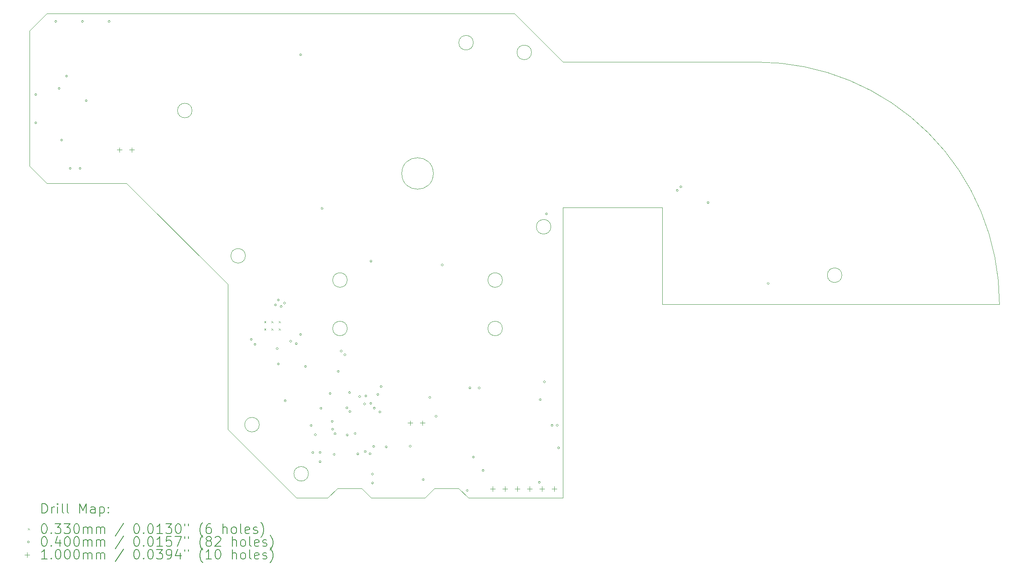
<source format=gbr>
%FSLAX45Y45*%
G04 Gerber Fmt 4.5, Leading zero omitted, Abs format (unit mm)*
G04 Created by KiCad (PCBNEW (6.0.5)) date 2022-06-02 14:20:18*
%MOMM*%
%LPD*%
G01*
G04 APERTURE LIST*
%TA.AperFunction,Profile*%
%ADD10C,0.050000*%
%TD*%
%ADD11C,0.200000*%
%ADD12C,0.033000*%
%ADD13C,0.040000*%
%ADD14C,0.100000*%
G04 APERTURE END LIST*
D10*
X6757000Y-10540000D02*
X6957000Y-10340000D01*
X6957000Y-10340000D02*
X7457000Y-10340000D01*
X7457000Y-10340000D02*
X7657000Y-10540000D01*
X7657000Y-10540000D02*
X8760000Y-10540000D01*
X7160000Y-7040000D02*
G75*
G03*
X7160000Y-7040000I-150000J0D01*
G01*
X5060000Y-5540000D02*
G75*
G03*
X5060000Y-5540000I-150000J0D01*
G01*
X6360000Y-10040000D02*
G75*
G03*
X6360000Y-10040000I-150000J0D01*
G01*
X9460000Y-10340000D02*
X9660000Y-10540000D01*
X13660000Y-6540000D02*
X20610000Y-6540000D01*
X963600Y-540000D02*
X10610000Y-540000D01*
X10360000Y-6040000D02*
G75*
G03*
X10360000Y-6040000I-150000J0D01*
G01*
X11360000Y-4940000D02*
G75*
G03*
X11360000Y-4940000I-150000J0D01*
G01*
X10960000Y-1340000D02*
G75*
G03*
X10960000Y-1340000I-150000J0D01*
G01*
X9760000Y-1140000D02*
G75*
G03*
X9760000Y-1140000I-150000J0D01*
G01*
X963600Y-4040000D02*
X610000Y-3686400D01*
X610000Y-893500D02*
X963600Y-540000D01*
X2610000Y-4040000D02*
X963600Y-4040000D01*
X7160000Y-6040000D02*
G75*
G03*
X7160000Y-6040000I-150000J0D01*
G01*
X4695800Y-9125800D02*
X4695800Y-6125800D01*
X13660000Y-4540000D02*
X11610000Y-4540000D01*
X8960000Y-10340000D02*
X9460000Y-10340000D01*
X6757000Y-10540000D02*
X6110000Y-10540000D01*
X6110000Y-10540000D02*
X4695800Y-9125800D01*
X3960000Y-2540000D02*
G75*
G03*
X3960000Y-2540000I-150000J0D01*
G01*
X20610000Y-6540000D02*
G75*
G03*
X15610000Y-1540000I-5000000J0D01*
G01*
X610000Y-3686400D02*
X610000Y-893500D01*
X4695800Y-6125800D02*
X2610000Y-4040000D01*
X11610000Y-1540000D02*
X15610000Y-1540000D01*
X13660000Y-6540000D02*
X13660000Y-4540000D01*
X8935000Y-3840000D02*
G75*
G03*
X8935000Y-3840000I-325000J0D01*
G01*
X5345800Y-9025800D02*
G75*
G03*
X5345800Y-9025800I-150000J0D01*
G01*
X8760000Y-10540000D02*
X8960000Y-10340000D01*
X11610000Y-4540000D02*
X11610000Y-10540000D01*
X17360000Y-5940000D02*
G75*
G03*
X17360000Y-5940000I-150000J0D01*
G01*
X11610000Y-10540000D02*
X9660000Y-10540000D01*
X10610000Y-540000D02*
X11610000Y-1540000D01*
X10360000Y-7040000D02*
G75*
G03*
X10360000Y-7040000I-150000J0D01*
G01*
D11*
D12*
X5448000Y-6891600D02*
X5481000Y-6924600D01*
X5481000Y-6891600D02*
X5448000Y-6924600D01*
X5448000Y-7041600D02*
X5481000Y-7074600D01*
X5481000Y-7041600D02*
X5448000Y-7074600D01*
X5598000Y-6891600D02*
X5631000Y-6924600D01*
X5631000Y-6891600D02*
X5598000Y-6924600D01*
X5598000Y-7041600D02*
X5631000Y-7074600D01*
X5631000Y-7041600D02*
X5598000Y-7074600D01*
X5748000Y-6891600D02*
X5781000Y-6924600D01*
X5781000Y-6891600D02*
X5748000Y-6924600D01*
X5748000Y-7041600D02*
X5781000Y-7074600D01*
X5781000Y-7041600D02*
X5748000Y-7074600D01*
D13*
X756600Y-2209800D02*
G75*
G03*
X756600Y-2209800I-20000J0D01*
G01*
X756600Y-2794000D02*
G75*
G03*
X756600Y-2794000I-20000J0D01*
G01*
X1170000Y-700000D02*
G75*
G03*
X1170000Y-700000I-20000J0D01*
G01*
X1239200Y-2082800D02*
G75*
G03*
X1239200Y-2082800I-20000J0D01*
G01*
X1290000Y-3149600D02*
G75*
G03*
X1290000Y-3149600I-20000J0D01*
G01*
X1391600Y-1828800D02*
G75*
G03*
X1391600Y-1828800I-20000J0D01*
G01*
X1467800Y-3733800D02*
G75*
G03*
X1467800Y-3733800I-20000J0D01*
G01*
X1671000Y-3733800D02*
G75*
G03*
X1671000Y-3733800I-20000J0D01*
G01*
X1720000Y-700000D02*
G75*
G03*
X1720000Y-700000I-20000J0D01*
G01*
X1798000Y-2336800D02*
G75*
G03*
X1798000Y-2336800I-20000J0D01*
G01*
X2270000Y-700000D02*
G75*
G03*
X2270000Y-700000I-20000J0D01*
G01*
X5201600Y-7264400D02*
G75*
G03*
X5201600Y-7264400I-20000J0D01*
G01*
X5277800Y-7366001D02*
G75*
G03*
X5277800Y-7366001I-20000J0D01*
G01*
X5696900Y-6553200D02*
G75*
G03*
X5696900Y-6553200I-20000J0D01*
G01*
X5735000Y-7454900D02*
G75*
G03*
X5735000Y-7454900I-20000J0D01*
G01*
X5760400Y-6451600D02*
G75*
G03*
X5760400Y-6451600I-20000J0D01*
G01*
X5760400Y-7772400D02*
G75*
G03*
X5760400Y-7772400I-20000J0D01*
G01*
X5817550Y-6584950D02*
G75*
G03*
X5817550Y-6584950I-20000J0D01*
G01*
X5887400Y-6515100D02*
G75*
G03*
X5887400Y-6515100I-20000J0D01*
G01*
X5900000Y-8531000D02*
G75*
G03*
X5900000Y-8531000I-20000J0D01*
G01*
X6014400Y-7302500D02*
G75*
G03*
X6014400Y-7302500I-20000J0D01*
G01*
X6128700Y-7353300D02*
G75*
G03*
X6128700Y-7353300I-20000J0D01*
G01*
X6217600Y-7162800D02*
G75*
G03*
X6217600Y-7162800I-20000J0D01*
G01*
X6220000Y-1390000D02*
G75*
G03*
X6220000Y-1390000I-20000J0D01*
G01*
X6319200Y-7823200D02*
G75*
G03*
X6319200Y-7823200I-20000J0D01*
G01*
X6433500Y-9042400D02*
G75*
G03*
X6433500Y-9042400I-20000J0D01*
G01*
X6470000Y-9600000D02*
G75*
G03*
X6470000Y-9600000I-20000J0D01*
G01*
X6522400Y-9232900D02*
G75*
G03*
X6522400Y-9232900I-20000J0D01*
G01*
X6620000Y-9600000D02*
G75*
G03*
X6620000Y-9600000I-20000J0D01*
G01*
X6620000Y-9790000D02*
G75*
G03*
X6620000Y-9790000I-20000J0D01*
G01*
X6636700Y-8686800D02*
G75*
G03*
X6636700Y-8686800I-20000J0D01*
G01*
X6660000Y-4560000D02*
G75*
G03*
X6660000Y-4560000I-20000J0D01*
G01*
X6827200Y-8382000D02*
G75*
G03*
X6827200Y-8382000I-20000J0D01*
G01*
X6869912Y-8957088D02*
G75*
G03*
X6869912Y-8957088I-20000J0D01*
G01*
X6880000Y-9120000D02*
G75*
G03*
X6880000Y-9120000I-20000J0D01*
G01*
X6910000Y-9639300D02*
G75*
G03*
X6910000Y-9639300I-20000J0D01*
G01*
X6928800Y-9213850D02*
G75*
G03*
X6928800Y-9213850I-20000J0D01*
G01*
X6992300Y-7924800D02*
G75*
G03*
X6992300Y-7924800I-20000J0D01*
G01*
X7055800Y-7505700D02*
G75*
G03*
X7055800Y-7505700I-20000J0D01*
G01*
X7132000Y-7581900D02*
G75*
G03*
X7132000Y-7581900I-20000J0D01*
G01*
X7172650Y-8677000D02*
G75*
G03*
X7172650Y-8677000I-20000J0D01*
G01*
X7180000Y-9240000D02*
G75*
G03*
X7180000Y-9240000I-20000J0D01*
G01*
X7227250Y-8362950D02*
G75*
G03*
X7227250Y-8362950I-20000J0D01*
G01*
X7236000Y-8755000D02*
G75*
G03*
X7236000Y-8755000I-20000J0D01*
G01*
X7341550Y-9207500D02*
G75*
G03*
X7341550Y-9207500I-20000J0D01*
G01*
X7400000Y-9630000D02*
G75*
G03*
X7400000Y-9630000I-20000J0D01*
G01*
X7436800Y-8445500D02*
G75*
G03*
X7436800Y-8445500I-20000J0D01*
G01*
X7538400Y-8597900D02*
G75*
G03*
X7538400Y-8597900I-20000J0D01*
G01*
X7550000Y-9580000D02*
G75*
G03*
X7550000Y-9580000I-20000J0D01*
G01*
X7563800Y-8432800D02*
G75*
G03*
X7563800Y-8432800I-20000J0D01*
G01*
X7650000Y-9627103D02*
G75*
G03*
X7650000Y-9627103I-20000J0D01*
G01*
X7665400Y-8585200D02*
G75*
G03*
X7665400Y-8585200I-20000J0D01*
G01*
X7670000Y-5650000D02*
G75*
G03*
X7670000Y-5650000I-20000J0D01*
G01*
X7700000Y-10045000D02*
G75*
G03*
X7700000Y-10045000I-20000J0D01*
G01*
X7701000Y-10231000D02*
G75*
G03*
X7701000Y-10231000I-20000J0D01*
G01*
X7725000Y-9475000D02*
G75*
G03*
X7725000Y-9475000I-20000J0D01*
G01*
X7738000Y-8684000D02*
G75*
G03*
X7738000Y-8684000I-20000J0D01*
G01*
X7810000Y-8402000D02*
G75*
G03*
X7810000Y-8402000I-20000J0D01*
G01*
X7853000Y-8762000D02*
G75*
G03*
X7853000Y-8762000I-20000J0D01*
G01*
X7879000Y-8237000D02*
G75*
G03*
X7879000Y-8237000I-20000J0D01*
G01*
X7984000Y-9485000D02*
G75*
G03*
X7984000Y-9485000I-20000J0D01*
G01*
X8478000Y-9470000D02*
G75*
G03*
X8478000Y-9470000I-20000J0D01*
G01*
X8745000Y-10161000D02*
G75*
G03*
X8745000Y-10161000I-20000J0D01*
G01*
X8883000Y-8463000D02*
G75*
G03*
X8883000Y-8463000I-20000J0D01*
G01*
X9011600Y-8851900D02*
G75*
G03*
X9011600Y-8851900I-20000J0D01*
G01*
X9138600Y-5727700D02*
G75*
G03*
X9138600Y-5727700I-20000J0D01*
G01*
X9653000Y-10385000D02*
G75*
G03*
X9653000Y-10385000I-20000J0D01*
G01*
X9710100Y-8267700D02*
G75*
G03*
X9710100Y-8267700I-20000J0D01*
G01*
X9782000Y-9694000D02*
G75*
G03*
X9782000Y-9694000I-20000J0D01*
G01*
X9900600Y-8267700D02*
G75*
G03*
X9900600Y-8267700I-20000J0D01*
G01*
X9980000Y-9970000D02*
G75*
G03*
X9980000Y-9970000I-20000J0D01*
G01*
X11141400Y-10216280D02*
G75*
G03*
X11141400Y-10216280I-20000J0D01*
G01*
X11157900Y-8509000D02*
G75*
G03*
X11157900Y-8509000I-20000J0D01*
G01*
X11246800Y-8140700D02*
G75*
G03*
X11246800Y-8140700I-20000J0D01*
G01*
X11284900Y-4673600D02*
G75*
G03*
X11284900Y-4673600I-20000J0D01*
G01*
X11404500Y-9039000D02*
G75*
G03*
X11404500Y-9039000I-20000J0D01*
G01*
X11509500Y-9039000D02*
G75*
G03*
X11509500Y-9039000I-20000J0D01*
G01*
X11537000Y-9504000D02*
G75*
G03*
X11537000Y-9504000I-20000J0D01*
G01*
X13983877Y-4189123D02*
G75*
G03*
X13983877Y-4189123I-20000J0D01*
G01*
X14058123Y-4114877D02*
G75*
G03*
X14058123Y-4114877I-20000J0D01*
G01*
X14620000Y-4440000D02*
G75*
G03*
X14620000Y-4440000I-20000J0D01*
G01*
X15860000Y-6110000D02*
G75*
G03*
X15860000Y-6110000I-20000J0D01*
G01*
D14*
X2462800Y-3302800D02*
X2462800Y-3402800D01*
X2412800Y-3352800D02*
X2512800Y-3352800D01*
X2716800Y-3302800D02*
X2716800Y-3402800D01*
X2666800Y-3352800D02*
X2766800Y-3352800D01*
X8458200Y-8941600D02*
X8458200Y-9041600D01*
X8408200Y-8991600D02*
X8508200Y-8991600D01*
X8712200Y-8941600D02*
X8712200Y-9041600D01*
X8662200Y-8991600D02*
X8762200Y-8991600D01*
X10160000Y-10300500D02*
X10160000Y-10400500D01*
X10110000Y-10350500D02*
X10210000Y-10350500D01*
X10414000Y-10300500D02*
X10414000Y-10400500D01*
X10364000Y-10350500D02*
X10464000Y-10350500D01*
X10668000Y-10300500D02*
X10668000Y-10400500D01*
X10618000Y-10350500D02*
X10718000Y-10350500D01*
X10922000Y-10300500D02*
X10922000Y-10400500D01*
X10872000Y-10350500D02*
X10972000Y-10350500D01*
X11176000Y-10300500D02*
X11176000Y-10400500D01*
X11126000Y-10350500D02*
X11226000Y-10350500D01*
X11430000Y-10300500D02*
X11430000Y-10400500D01*
X11380000Y-10350500D02*
X11480000Y-10350500D01*
D11*
X865119Y-10852976D02*
X865119Y-10652976D01*
X912738Y-10652976D01*
X941309Y-10662500D01*
X960357Y-10681548D01*
X969881Y-10700595D01*
X979405Y-10738690D01*
X979405Y-10767262D01*
X969881Y-10805357D01*
X960357Y-10824405D01*
X941309Y-10843452D01*
X912738Y-10852976D01*
X865119Y-10852976D01*
X1065119Y-10852976D02*
X1065119Y-10719643D01*
X1065119Y-10757738D02*
X1074643Y-10738690D01*
X1084167Y-10729167D01*
X1103214Y-10719643D01*
X1122262Y-10719643D01*
X1188929Y-10852976D02*
X1188929Y-10719643D01*
X1188929Y-10652976D02*
X1179405Y-10662500D01*
X1188929Y-10672024D01*
X1198452Y-10662500D01*
X1188929Y-10652976D01*
X1188929Y-10672024D01*
X1312738Y-10852976D02*
X1293690Y-10843452D01*
X1284167Y-10824405D01*
X1284167Y-10652976D01*
X1417500Y-10852976D02*
X1398452Y-10843452D01*
X1388929Y-10824405D01*
X1388929Y-10652976D01*
X1646071Y-10852976D02*
X1646071Y-10652976D01*
X1712738Y-10795833D01*
X1779405Y-10652976D01*
X1779405Y-10852976D01*
X1960357Y-10852976D02*
X1960357Y-10748214D01*
X1950833Y-10729167D01*
X1931786Y-10719643D01*
X1893690Y-10719643D01*
X1874643Y-10729167D01*
X1960357Y-10843452D02*
X1941309Y-10852976D01*
X1893690Y-10852976D01*
X1874643Y-10843452D01*
X1865119Y-10824405D01*
X1865119Y-10805357D01*
X1874643Y-10786310D01*
X1893690Y-10776786D01*
X1941309Y-10776786D01*
X1960357Y-10767262D01*
X2055595Y-10719643D02*
X2055595Y-10919643D01*
X2055595Y-10729167D02*
X2074643Y-10719643D01*
X2112738Y-10719643D01*
X2131786Y-10729167D01*
X2141310Y-10738690D01*
X2150833Y-10757738D01*
X2150833Y-10814881D01*
X2141310Y-10833929D01*
X2131786Y-10843452D01*
X2112738Y-10852976D01*
X2074643Y-10852976D01*
X2055595Y-10843452D01*
X2236548Y-10833929D02*
X2246071Y-10843452D01*
X2236548Y-10852976D01*
X2227024Y-10843452D01*
X2236548Y-10833929D01*
X2236548Y-10852976D01*
X2236548Y-10729167D02*
X2246071Y-10738690D01*
X2236548Y-10748214D01*
X2227024Y-10738690D01*
X2236548Y-10729167D01*
X2236548Y-10748214D01*
D12*
X574500Y-11166000D02*
X607500Y-11199000D01*
X607500Y-11166000D02*
X574500Y-11199000D01*
D11*
X903214Y-11072976D02*
X922262Y-11072976D01*
X941309Y-11082500D01*
X950833Y-11092024D01*
X960357Y-11111071D01*
X969881Y-11149167D01*
X969881Y-11196786D01*
X960357Y-11234881D01*
X950833Y-11253928D01*
X941309Y-11263452D01*
X922262Y-11272976D01*
X903214Y-11272976D01*
X884167Y-11263452D01*
X874643Y-11253928D01*
X865119Y-11234881D01*
X855595Y-11196786D01*
X855595Y-11149167D01*
X865119Y-11111071D01*
X874643Y-11092024D01*
X884167Y-11082500D01*
X903214Y-11072976D01*
X1055595Y-11253928D02*
X1065119Y-11263452D01*
X1055595Y-11272976D01*
X1046071Y-11263452D01*
X1055595Y-11253928D01*
X1055595Y-11272976D01*
X1131786Y-11072976D02*
X1255595Y-11072976D01*
X1188929Y-11149167D01*
X1217500Y-11149167D01*
X1236548Y-11158690D01*
X1246071Y-11168214D01*
X1255595Y-11187262D01*
X1255595Y-11234881D01*
X1246071Y-11253928D01*
X1236548Y-11263452D01*
X1217500Y-11272976D01*
X1160357Y-11272976D01*
X1141310Y-11263452D01*
X1131786Y-11253928D01*
X1322262Y-11072976D02*
X1446071Y-11072976D01*
X1379405Y-11149167D01*
X1407976Y-11149167D01*
X1427024Y-11158690D01*
X1436548Y-11168214D01*
X1446071Y-11187262D01*
X1446071Y-11234881D01*
X1436548Y-11253928D01*
X1427024Y-11263452D01*
X1407976Y-11272976D01*
X1350833Y-11272976D01*
X1331786Y-11263452D01*
X1322262Y-11253928D01*
X1569881Y-11072976D02*
X1588928Y-11072976D01*
X1607976Y-11082500D01*
X1617500Y-11092024D01*
X1627024Y-11111071D01*
X1636548Y-11149167D01*
X1636548Y-11196786D01*
X1627024Y-11234881D01*
X1617500Y-11253928D01*
X1607976Y-11263452D01*
X1588928Y-11272976D01*
X1569881Y-11272976D01*
X1550833Y-11263452D01*
X1541309Y-11253928D01*
X1531786Y-11234881D01*
X1522262Y-11196786D01*
X1522262Y-11149167D01*
X1531786Y-11111071D01*
X1541309Y-11092024D01*
X1550833Y-11082500D01*
X1569881Y-11072976D01*
X1722262Y-11272976D02*
X1722262Y-11139643D01*
X1722262Y-11158690D02*
X1731786Y-11149167D01*
X1750833Y-11139643D01*
X1779405Y-11139643D01*
X1798452Y-11149167D01*
X1807976Y-11168214D01*
X1807976Y-11272976D01*
X1807976Y-11168214D02*
X1817500Y-11149167D01*
X1836548Y-11139643D01*
X1865119Y-11139643D01*
X1884167Y-11149167D01*
X1893690Y-11168214D01*
X1893690Y-11272976D01*
X1988928Y-11272976D02*
X1988928Y-11139643D01*
X1988928Y-11158690D02*
X1998452Y-11149167D01*
X2017500Y-11139643D01*
X2046071Y-11139643D01*
X2065119Y-11149167D01*
X2074643Y-11168214D01*
X2074643Y-11272976D01*
X2074643Y-11168214D02*
X2084167Y-11149167D01*
X2103214Y-11139643D01*
X2131786Y-11139643D01*
X2150833Y-11149167D01*
X2160357Y-11168214D01*
X2160357Y-11272976D01*
X2550833Y-11063452D02*
X2379405Y-11320595D01*
X2807976Y-11072976D02*
X2827024Y-11072976D01*
X2846071Y-11082500D01*
X2855595Y-11092024D01*
X2865119Y-11111071D01*
X2874643Y-11149167D01*
X2874643Y-11196786D01*
X2865119Y-11234881D01*
X2855595Y-11253928D01*
X2846071Y-11263452D01*
X2827024Y-11272976D01*
X2807976Y-11272976D01*
X2788929Y-11263452D01*
X2779405Y-11253928D01*
X2769881Y-11234881D01*
X2760357Y-11196786D01*
X2760357Y-11149167D01*
X2769881Y-11111071D01*
X2779405Y-11092024D01*
X2788929Y-11082500D01*
X2807976Y-11072976D01*
X2960357Y-11253928D02*
X2969881Y-11263452D01*
X2960357Y-11272976D01*
X2950833Y-11263452D01*
X2960357Y-11253928D01*
X2960357Y-11272976D01*
X3093690Y-11072976D02*
X3112738Y-11072976D01*
X3131786Y-11082500D01*
X3141309Y-11092024D01*
X3150833Y-11111071D01*
X3160357Y-11149167D01*
X3160357Y-11196786D01*
X3150833Y-11234881D01*
X3141309Y-11253928D01*
X3131786Y-11263452D01*
X3112738Y-11272976D01*
X3093690Y-11272976D01*
X3074643Y-11263452D01*
X3065119Y-11253928D01*
X3055595Y-11234881D01*
X3046071Y-11196786D01*
X3046071Y-11149167D01*
X3055595Y-11111071D01*
X3065119Y-11092024D01*
X3074643Y-11082500D01*
X3093690Y-11072976D01*
X3350833Y-11272976D02*
X3236548Y-11272976D01*
X3293690Y-11272976D02*
X3293690Y-11072976D01*
X3274643Y-11101548D01*
X3255595Y-11120595D01*
X3236548Y-11130119D01*
X3417500Y-11072976D02*
X3541309Y-11072976D01*
X3474643Y-11149167D01*
X3503214Y-11149167D01*
X3522262Y-11158690D01*
X3531786Y-11168214D01*
X3541309Y-11187262D01*
X3541309Y-11234881D01*
X3531786Y-11253928D01*
X3522262Y-11263452D01*
X3503214Y-11272976D01*
X3446071Y-11272976D01*
X3427024Y-11263452D01*
X3417500Y-11253928D01*
X3665119Y-11072976D02*
X3684167Y-11072976D01*
X3703214Y-11082500D01*
X3712738Y-11092024D01*
X3722262Y-11111071D01*
X3731786Y-11149167D01*
X3731786Y-11196786D01*
X3722262Y-11234881D01*
X3712738Y-11253928D01*
X3703214Y-11263452D01*
X3684167Y-11272976D01*
X3665119Y-11272976D01*
X3646071Y-11263452D01*
X3636548Y-11253928D01*
X3627024Y-11234881D01*
X3617500Y-11196786D01*
X3617500Y-11149167D01*
X3627024Y-11111071D01*
X3636548Y-11092024D01*
X3646071Y-11082500D01*
X3665119Y-11072976D01*
X3807976Y-11072976D02*
X3807976Y-11111071D01*
X3884167Y-11072976D02*
X3884167Y-11111071D01*
X4179405Y-11349167D02*
X4169881Y-11339643D01*
X4150833Y-11311071D01*
X4141309Y-11292024D01*
X4131786Y-11263452D01*
X4122262Y-11215833D01*
X4122262Y-11177738D01*
X4131786Y-11130119D01*
X4141309Y-11101548D01*
X4150833Y-11082500D01*
X4169881Y-11053929D01*
X4179405Y-11044405D01*
X4341310Y-11072976D02*
X4303214Y-11072976D01*
X4284167Y-11082500D01*
X4274643Y-11092024D01*
X4255595Y-11120595D01*
X4246071Y-11158690D01*
X4246071Y-11234881D01*
X4255595Y-11253928D01*
X4265119Y-11263452D01*
X4284167Y-11272976D01*
X4322262Y-11272976D01*
X4341310Y-11263452D01*
X4350833Y-11253928D01*
X4360357Y-11234881D01*
X4360357Y-11187262D01*
X4350833Y-11168214D01*
X4341310Y-11158690D01*
X4322262Y-11149167D01*
X4284167Y-11149167D01*
X4265119Y-11158690D01*
X4255595Y-11168214D01*
X4246071Y-11187262D01*
X4598452Y-11272976D02*
X4598452Y-11072976D01*
X4684167Y-11272976D02*
X4684167Y-11168214D01*
X4674643Y-11149167D01*
X4655595Y-11139643D01*
X4627024Y-11139643D01*
X4607976Y-11149167D01*
X4598452Y-11158690D01*
X4807976Y-11272976D02*
X4788929Y-11263452D01*
X4779405Y-11253928D01*
X4769881Y-11234881D01*
X4769881Y-11177738D01*
X4779405Y-11158690D01*
X4788929Y-11149167D01*
X4807976Y-11139643D01*
X4836548Y-11139643D01*
X4855595Y-11149167D01*
X4865119Y-11158690D01*
X4874643Y-11177738D01*
X4874643Y-11234881D01*
X4865119Y-11253928D01*
X4855595Y-11263452D01*
X4836548Y-11272976D01*
X4807976Y-11272976D01*
X4988929Y-11272976D02*
X4969881Y-11263452D01*
X4960357Y-11244405D01*
X4960357Y-11072976D01*
X5141310Y-11263452D02*
X5122262Y-11272976D01*
X5084167Y-11272976D01*
X5065119Y-11263452D01*
X5055595Y-11244405D01*
X5055595Y-11168214D01*
X5065119Y-11149167D01*
X5084167Y-11139643D01*
X5122262Y-11139643D01*
X5141310Y-11149167D01*
X5150833Y-11168214D01*
X5150833Y-11187262D01*
X5055595Y-11206309D01*
X5227024Y-11263452D02*
X5246071Y-11272976D01*
X5284167Y-11272976D01*
X5303214Y-11263452D01*
X5312738Y-11244405D01*
X5312738Y-11234881D01*
X5303214Y-11215833D01*
X5284167Y-11206309D01*
X5255595Y-11206309D01*
X5236548Y-11196786D01*
X5227024Y-11177738D01*
X5227024Y-11168214D01*
X5236548Y-11149167D01*
X5255595Y-11139643D01*
X5284167Y-11139643D01*
X5303214Y-11149167D01*
X5379405Y-11349167D02*
X5388929Y-11339643D01*
X5407976Y-11311071D01*
X5417500Y-11292024D01*
X5427024Y-11263452D01*
X5436548Y-11215833D01*
X5436548Y-11177738D01*
X5427024Y-11130119D01*
X5417500Y-11101548D01*
X5407976Y-11082500D01*
X5388929Y-11053929D01*
X5379405Y-11044405D01*
D13*
X607500Y-11446500D02*
G75*
G03*
X607500Y-11446500I-20000J0D01*
G01*
D11*
X903214Y-11336976D02*
X922262Y-11336976D01*
X941309Y-11346500D01*
X950833Y-11356024D01*
X960357Y-11375071D01*
X969881Y-11413167D01*
X969881Y-11460786D01*
X960357Y-11498881D01*
X950833Y-11517928D01*
X941309Y-11527452D01*
X922262Y-11536976D01*
X903214Y-11536976D01*
X884167Y-11527452D01*
X874643Y-11517928D01*
X865119Y-11498881D01*
X855595Y-11460786D01*
X855595Y-11413167D01*
X865119Y-11375071D01*
X874643Y-11356024D01*
X884167Y-11346500D01*
X903214Y-11336976D01*
X1055595Y-11517928D02*
X1065119Y-11527452D01*
X1055595Y-11536976D01*
X1046071Y-11527452D01*
X1055595Y-11517928D01*
X1055595Y-11536976D01*
X1236548Y-11403643D02*
X1236548Y-11536976D01*
X1188929Y-11327452D02*
X1141310Y-11470309D01*
X1265119Y-11470309D01*
X1379405Y-11336976D02*
X1398452Y-11336976D01*
X1417500Y-11346500D01*
X1427024Y-11356024D01*
X1436548Y-11375071D01*
X1446071Y-11413167D01*
X1446071Y-11460786D01*
X1436548Y-11498881D01*
X1427024Y-11517928D01*
X1417500Y-11527452D01*
X1398452Y-11536976D01*
X1379405Y-11536976D01*
X1360357Y-11527452D01*
X1350833Y-11517928D01*
X1341310Y-11498881D01*
X1331786Y-11460786D01*
X1331786Y-11413167D01*
X1341310Y-11375071D01*
X1350833Y-11356024D01*
X1360357Y-11346500D01*
X1379405Y-11336976D01*
X1569881Y-11336976D02*
X1588928Y-11336976D01*
X1607976Y-11346500D01*
X1617500Y-11356024D01*
X1627024Y-11375071D01*
X1636548Y-11413167D01*
X1636548Y-11460786D01*
X1627024Y-11498881D01*
X1617500Y-11517928D01*
X1607976Y-11527452D01*
X1588928Y-11536976D01*
X1569881Y-11536976D01*
X1550833Y-11527452D01*
X1541309Y-11517928D01*
X1531786Y-11498881D01*
X1522262Y-11460786D01*
X1522262Y-11413167D01*
X1531786Y-11375071D01*
X1541309Y-11356024D01*
X1550833Y-11346500D01*
X1569881Y-11336976D01*
X1722262Y-11536976D02*
X1722262Y-11403643D01*
X1722262Y-11422690D02*
X1731786Y-11413167D01*
X1750833Y-11403643D01*
X1779405Y-11403643D01*
X1798452Y-11413167D01*
X1807976Y-11432214D01*
X1807976Y-11536976D01*
X1807976Y-11432214D02*
X1817500Y-11413167D01*
X1836548Y-11403643D01*
X1865119Y-11403643D01*
X1884167Y-11413167D01*
X1893690Y-11432214D01*
X1893690Y-11536976D01*
X1988928Y-11536976D02*
X1988928Y-11403643D01*
X1988928Y-11422690D02*
X1998452Y-11413167D01*
X2017500Y-11403643D01*
X2046071Y-11403643D01*
X2065119Y-11413167D01*
X2074643Y-11432214D01*
X2074643Y-11536976D01*
X2074643Y-11432214D02*
X2084167Y-11413167D01*
X2103214Y-11403643D01*
X2131786Y-11403643D01*
X2150833Y-11413167D01*
X2160357Y-11432214D01*
X2160357Y-11536976D01*
X2550833Y-11327452D02*
X2379405Y-11584595D01*
X2807976Y-11336976D02*
X2827024Y-11336976D01*
X2846071Y-11346500D01*
X2855595Y-11356024D01*
X2865119Y-11375071D01*
X2874643Y-11413167D01*
X2874643Y-11460786D01*
X2865119Y-11498881D01*
X2855595Y-11517928D01*
X2846071Y-11527452D01*
X2827024Y-11536976D01*
X2807976Y-11536976D01*
X2788929Y-11527452D01*
X2779405Y-11517928D01*
X2769881Y-11498881D01*
X2760357Y-11460786D01*
X2760357Y-11413167D01*
X2769881Y-11375071D01*
X2779405Y-11356024D01*
X2788929Y-11346500D01*
X2807976Y-11336976D01*
X2960357Y-11517928D02*
X2969881Y-11527452D01*
X2960357Y-11536976D01*
X2950833Y-11527452D01*
X2960357Y-11517928D01*
X2960357Y-11536976D01*
X3093690Y-11336976D02*
X3112738Y-11336976D01*
X3131786Y-11346500D01*
X3141309Y-11356024D01*
X3150833Y-11375071D01*
X3160357Y-11413167D01*
X3160357Y-11460786D01*
X3150833Y-11498881D01*
X3141309Y-11517928D01*
X3131786Y-11527452D01*
X3112738Y-11536976D01*
X3093690Y-11536976D01*
X3074643Y-11527452D01*
X3065119Y-11517928D01*
X3055595Y-11498881D01*
X3046071Y-11460786D01*
X3046071Y-11413167D01*
X3055595Y-11375071D01*
X3065119Y-11356024D01*
X3074643Y-11346500D01*
X3093690Y-11336976D01*
X3350833Y-11536976D02*
X3236548Y-11536976D01*
X3293690Y-11536976D02*
X3293690Y-11336976D01*
X3274643Y-11365548D01*
X3255595Y-11384595D01*
X3236548Y-11394119D01*
X3531786Y-11336976D02*
X3436548Y-11336976D01*
X3427024Y-11432214D01*
X3436548Y-11422690D01*
X3455595Y-11413167D01*
X3503214Y-11413167D01*
X3522262Y-11422690D01*
X3531786Y-11432214D01*
X3541309Y-11451262D01*
X3541309Y-11498881D01*
X3531786Y-11517928D01*
X3522262Y-11527452D01*
X3503214Y-11536976D01*
X3455595Y-11536976D01*
X3436548Y-11527452D01*
X3427024Y-11517928D01*
X3607976Y-11336976D02*
X3741309Y-11336976D01*
X3655595Y-11536976D01*
X3807976Y-11336976D02*
X3807976Y-11375071D01*
X3884167Y-11336976D02*
X3884167Y-11375071D01*
X4179405Y-11613167D02*
X4169881Y-11603643D01*
X4150833Y-11575071D01*
X4141309Y-11556024D01*
X4131786Y-11527452D01*
X4122262Y-11479833D01*
X4122262Y-11441738D01*
X4131786Y-11394119D01*
X4141309Y-11365548D01*
X4150833Y-11346500D01*
X4169881Y-11317928D01*
X4179405Y-11308405D01*
X4284167Y-11422690D02*
X4265119Y-11413167D01*
X4255595Y-11403643D01*
X4246071Y-11384595D01*
X4246071Y-11375071D01*
X4255595Y-11356024D01*
X4265119Y-11346500D01*
X4284167Y-11336976D01*
X4322262Y-11336976D01*
X4341310Y-11346500D01*
X4350833Y-11356024D01*
X4360357Y-11375071D01*
X4360357Y-11384595D01*
X4350833Y-11403643D01*
X4341310Y-11413167D01*
X4322262Y-11422690D01*
X4284167Y-11422690D01*
X4265119Y-11432214D01*
X4255595Y-11441738D01*
X4246071Y-11460786D01*
X4246071Y-11498881D01*
X4255595Y-11517928D01*
X4265119Y-11527452D01*
X4284167Y-11536976D01*
X4322262Y-11536976D01*
X4341310Y-11527452D01*
X4350833Y-11517928D01*
X4360357Y-11498881D01*
X4360357Y-11460786D01*
X4350833Y-11441738D01*
X4341310Y-11432214D01*
X4322262Y-11422690D01*
X4436548Y-11356024D02*
X4446071Y-11346500D01*
X4465119Y-11336976D01*
X4512738Y-11336976D01*
X4531786Y-11346500D01*
X4541310Y-11356024D01*
X4550833Y-11375071D01*
X4550833Y-11394119D01*
X4541310Y-11422690D01*
X4427024Y-11536976D01*
X4550833Y-11536976D01*
X4788929Y-11536976D02*
X4788929Y-11336976D01*
X4874643Y-11536976D02*
X4874643Y-11432214D01*
X4865119Y-11413167D01*
X4846071Y-11403643D01*
X4817500Y-11403643D01*
X4798452Y-11413167D01*
X4788929Y-11422690D01*
X4998452Y-11536976D02*
X4979405Y-11527452D01*
X4969881Y-11517928D01*
X4960357Y-11498881D01*
X4960357Y-11441738D01*
X4969881Y-11422690D01*
X4979405Y-11413167D01*
X4998452Y-11403643D01*
X5027024Y-11403643D01*
X5046071Y-11413167D01*
X5055595Y-11422690D01*
X5065119Y-11441738D01*
X5065119Y-11498881D01*
X5055595Y-11517928D01*
X5046071Y-11527452D01*
X5027024Y-11536976D01*
X4998452Y-11536976D01*
X5179405Y-11536976D02*
X5160357Y-11527452D01*
X5150833Y-11508405D01*
X5150833Y-11336976D01*
X5331786Y-11527452D02*
X5312738Y-11536976D01*
X5274643Y-11536976D01*
X5255595Y-11527452D01*
X5246071Y-11508405D01*
X5246071Y-11432214D01*
X5255595Y-11413167D01*
X5274643Y-11403643D01*
X5312738Y-11403643D01*
X5331786Y-11413167D01*
X5341310Y-11432214D01*
X5341310Y-11451262D01*
X5246071Y-11470309D01*
X5417500Y-11527452D02*
X5436548Y-11536976D01*
X5474643Y-11536976D01*
X5493690Y-11527452D01*
X5503214Y-11508405D01*
X5503214Y-11498881D01*
X5493690Y-11479833D01*
X5474643Y-11470309D01*
X5446071Y-11470309D01*
X5427024Y-11460786D01*
X5417500Y-11441738D01*
X5417500Y-11432214D01*
X5427024Y-11413167D01*
X5446071Y-11403643D01*
X5474643Y-11403643D01*
X5493690Y-11413167D01*
X5569881Y-11613167D02*
X5579405Y-11603643D01*
X5598452Y-11575071D01*
X5607976Y-11556024D01*
X5617500Y-11527452D01*
X5627024Y-11479833D01*
X5627024Y-11441738D01*
X5617500Y-11394119D01*
X5607976Y-11365548D01*
X5598452Y-11346500D01*
X5579405Y-11317928D01*
X5569881Y-11308405D01*
D14*
X557500Y-11660500D02*
X557500Y-11760500D01*
X507500Y-11710500D02*
X607500Y-11710500D01*
D11*
X969881Y-11800976D02*
X855595Y-11800976D01*
X912738Y-11800976D02*
X912738Y-11600976D01*
X893690Y-11629548D01*
X874643Y-11648595D01*
X855595Y-11658119D01*
X1055595Y-11781928D02*
X1065119Y-11791452D01*
X1055595Y-11800976D01*
X1046071Y-11791452D01*
X1055595Y-11781928D01*
X1055595Y-11800976D01*
X1188929Y-11600976D02*
X1207976Y-11600976D01*
X1227024Y-11610500D01*
X1236548Y-11620024D01*
X1246071Y-11639071D01*
X1255595Y-11677167D01*
X1255595Y-11724786D01*
X1246071Y-11762881D01*
X1236548Y-11781928D01*
X1227024Y-11791452D01*
X1207976Y-11800976D01*
X1188929Y-11800976D01*
X1169881Y-11791452D01*
X1160357Y-11781928D01*
X1150833Y-11762881D01*
X1141310Y-11724786D01*
X1141310Y-11677167D01*
X1150833Y-11639071D01*
X1160357Y-11620024D01*
X1169881Y-11610500D01*
X1188929Y-11600976D01*
X1379405Y-11600976D02*
X1398452Y-11600976D01*
X1417500Y-11610500D01*
X1427024Y-11620024D01*
X1436548Y-11639071D01*
X1446071Y-11677167D01*
X1446071Y-11724786D01*
X1436548Y-11762881D01*
X1427024Y-11781928D01*
X1417500Y-11791452D01*
X1398452Y-11800976D01*
X1379405Y-11800976D01*
X1360357Y-11791452D01*
X1350833Y-11781928D01*
X1341310Y-11762881D01*
X1331786Y-11724786D01*
X1331786Y-11677167D01*
X1341310Y-11639071D01*
X1350833Y-11620024D01*
X1360357Y-11610500D01*
X1379405Y-11600976D01*
X1569881Y-11600976D02*
X1588928Y-11600976D01*
X1607976Y-11610500D01*
X1617500Y-11620024D01*
X1627024Y-11639071D01*
X1636548Y-11677167D01*
X1636548Y-11724786D01*
X1627024Y-11762881D01*
X1617500Y-11781928D01*
X1607976Y-11791452D01*
X1588928Y-11800976D01*
X1569881Y-11800976D01*
X1550833Y-11791452D01*
X1541309Y-11781928D01*
X1531786Y-11762881D01*
X1522262Y-11724786D01*
X1522262Y-11677167D01*
X1531786Y-11639071D01*
X1541309Y-11620024D01*
X1550833Y-11610500D01*
X1569881Y-11600976D01*
X1722262Y-11800976D02*
X1722262Y-11667643D01*
X1722262Y-11686690D02*
X1731786Y-11677167D01*
X1750833Y-11667643D01*
X1779405Y-11667643D01*
X1798452Y-11677167D01*
X1807976Y-11696214D01*
X1807976Y-11800976D01*
X1807976Y-11696214D02*
X1817500Y-11677167D01*
X1836548Y-11667643D01*
X1865119Y-11667643D01*
X1884167Y-11677167D01*
X1893690Y-11696214D01*
X1893690Y-11800976D01*
X1988928Y-11800976D02*
X1988928Y-11667643D01*
X1988928Y-11686690D02*
X1998452Y-11677167D01*
X2017500Y-11667643D01*
X2046071Y-11667643D01*
X2065119Y-11677167D01*
X2074643Y-11696214D01*
X2074643Y-11800976D01*
X2074643Y-11696214D02*
X2084167Y-11677167D01*
X2103214Y-11667643D01*
X2131786Y-11667643D01*
X2150833Y-11677167D01*
X2160357Y-11696214D01*
X2160357Y-11800976D01*
X2550833Y-11591452D02*
X2379405Y-11848595D01*
X2807976Y-11600976D02*
X2827024Y-11600976D01*
X2846071Y-11610500D01*
X2855595Y-11620024D01*
X2865119Y-11639071D01*
X2874643Y-11677167D01*
X2874643Y-11724786D01*
X2865119Y-11762881D01*
X2855595Y-11781928D01*
X2846071Y-11791452D01*
X2827024Y-11800976D01*
X2807976Y-11800976D01*
X2788929Y-11791452D01*
X2779405Y-11781928D01*
X2769881Y-11762881D01*
X2760357Y-11724786D01*
X2760357Y-11677167D01*
X2769881Y-11639071D01*
X2779405Y-11620024D01*
X2788929Y-11610500D01*
X2807976Y-11600976D01*
X2960357Y-11781928D02*
X2969881Y-11791452D01*
X2960357Y-11800976D01*
X2950833Y-11791452D01*
X2960357Y-11781928D01*
X2960357Y-11800976D01*
X3093690Y-11600976D02*
X3112738Y-11600976D01*
X3131786Y-11610500D01*
X3141309Y-11620024D01*
X3150833Y-11639071D01*
X3160357Y-11677167D01*
X3160357Y-11724786D01*
X3150833Y-11762881D01*
X3141309Y-11781928D01*
X3131786Y-11791452D01*
X3112738Y-11800976D01*
X3093690Y-11800976D01*
X3074643Y-11791452D01*
X3065119Y-11781928D01*
X3055595Y-11762881D01*
X3046071Y-11724786D01*
X3046071Y-11677167D01*
X3055595Y-11639071D01*
X3065119Y-11620024D01*
X3074643Y-11610500D01*
X3093690Y-11600976D01*
X3227024Y-11600976D02*
X3350833Y-11600976D01*
X3284167Y-11677167D01*
X3312738Y-11677167D01*
X3331786Y-11686690D01*
X3341309Y-11696214D01*
X3350833Y-11715262D01*
X3350833Y-11762881D01*
X3341309Y-11781928D01*
X3331786Y-11791452D01*
X3312738Y-11800976D01*
X3255595Y-11800976D01*
X3236548Y-11791452D01*
X3227024Y-11781928D01*
X3446071Y-11800976D02*
X3484167Y-11800976D01*
X3503214Y-11791452D01*
X3512738Y-11781928D01*
X3531786Y-11753357D01*
X3541309Y-11715262D01*
X3541309Y-11639071D01*
X3531786Y-11620024D01*
X3522262Y-11610500D01*
X3503214Y-11600976D01*
X3465119Y-11600976D01*
X3446071Y-11610500D01*
X3436548Y-11620024D01*
X3427024Y-11639071D01*
X3427024Y-11686690D01*
X3436548Y-11705738D01*
X3446071Y-11715262D01*
X3465119Y-11724786D01*
X3503214Y-11724786D01*
X3522262Y-11715262D01*
X3531786Y-11705738D01*
X3541309Y-11686690D01*
X3712738Y-11667643D02*
X3712738Y-11800976D01*
X3665119Y-11591452D02*
X3617500Y-11734309D01*
X3741309Y-11734309D01*
X3807976Y-11600976D02*
X3807976Y-11639071D01*
X3884167Y-11600976D02*
X3884167Y-11639071D01*
X4179405Y-11877167D02*
X4169881Y-11867643D01*
X4150833Y-11839071D01*
X4141309Y-11820024D01*
X4131786Y-11791452D01*
X4122262Y-11743833D01*
X4122262Y-11705738D01*
X4131786Y-11658119D01*
X4141309Y-11629548D01*
X4150833Y-11610500D01*
X4169881Y-11581928D01*
X4179405Y-11572405D01*
X4360357Y-11800976D02*
X4246071Y-11800976D01*
X4303214Y-11800976D02*
X4303214Y-11600976D01*
X4284167Y-11629548D01*
X4265119Y-11648595D01*
X4246071Y-11658119D01*
X4484167Y-11600976D02*
X4503214Y-11600976D01*
X4522262Y-11610500D01*
X4531786Y-11620024D01*
X4541310Y-11639071D01*
X4550833Y-11677167D01*
X4550833Y-11724786D01*
X4541310Y-11762881D01*
X4531786Y-11781928D01*
X4522262Y-11791452D01*
X4503214Y-11800976D01*
X4484167Y-11800976D01*
X4465119Y-11791452D01*
X4455595Y-11781928D01*
X4446071Y-11762881D01*
X4436548Y-11724786D01*
X4436548Y-11677167D01*
X4446071Y-11639071D01*
X4455595Y-11620024D01*
X4465119Y-11610500D01*
X4484167Y-11600976D01*
X4788929Y-11800976D02*
X4788929Y-11600976D01*
X4874643Y-11800976D02*
X4874643Y-11696214D01*
X4865119Y-11677167D01*
X4846071Y-11667643D01*
X4817500Y-11667643D01*
X4798452Y-11677167D01*
X4788929Y-11686690D01*
X4998452Y-11800976D02*
X4979405Y-11791452D01*
X4969881Y-11781928D01*
X4960357Y-11762881D01*
X4960357Y-11705738D01*
X4969881Y-11686690D01*
X4979405Y-11677167D01*
X4998452Y-11667643D01*
X5027024Y-11667643D01*
X5046071Y-11677167D01*
X5055595Y-11686690D01*
X5065119Y-11705738D01*
X5065119Y-11762881D01*
X5055595Y-11781928D01*
X5046071Y-11791452D01*
X5027024Y-11800976D01*
X4998452Y-11800976D01*
X5179405Y-11800976D02*
X5160357Y-11791452D01*
X5150833Y-11772405D01*
X5150833Y-11600976D01*
X5331786Y-11791452D02*
X5312738Y-11800976D01*
X5274643Y-11800976D01*
X5255595Y-11791452D01*
X5246071Y-11772405D01*
X5246071Y-11696214D01*
X5255595Y-11677167D01*
X5274643Y-11667643D01*
X5312738Y-11667643D01*
X5331786Y-11677167D01*
X5341310Y-11696214D01*
X5341310Y-11715262D01*
X5246071Y-11734309D01*
X5417500Y-11791452D02*
X5436548Y-11800976D01*
X5474643Y-11800976D01*
X5493690Y-11791452D01*
X5503214Y-11772405D01*
X5503214Y-11762881D01*
X5493690Y-11743833D01*
X5474643Y-11734309D01*
X5446071Y-11734309D01*
X5427024Y-11724786D01*
X5417500Y-11705738D01*
X5417500Y-11696214D01*
X5427024Y-11677167D01*
X5446071Y-11667643D01*
X5474643Y-11667643D01*
X5493690Y-11677167D01*
X5569881Y-11877167D02*
X5579405Y-11867643D01*
X5598452Y-11839071D01*
X5607976Y-11820024D01*
X5617500Y-11791452D01*
X5627024Y-11743833D01*
X5627024Y-11705738D01*
X5617500Y-11658119D01*
X5607976Y-11629548D01*
X5598452Y-11610500D01*
X5579405Y-11581928D01*
X5569881Y-11572405D01*
M02*

</source>
